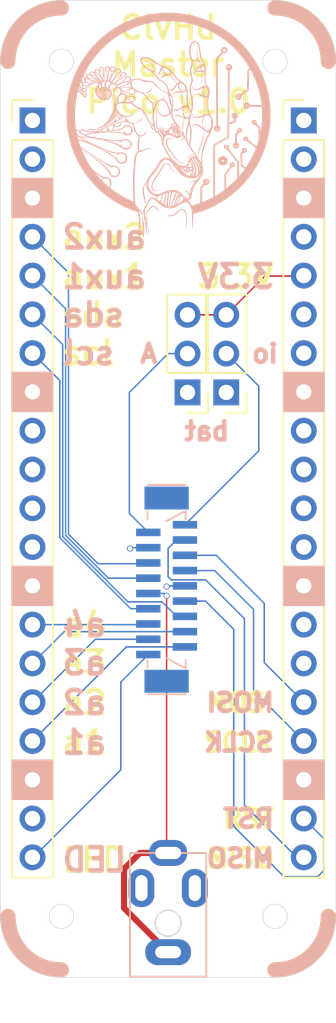
<source format=kicad_pcb>
(kicad_pcb (version 20221018) (generator pcbnew)
  (layers (0 "F.Cu" signal "Front") (1 "In1.Cu" signal) (2 "In2.Cu" signal) (31 "B.Cu" signal "Back") (34 "B.Paste" user) (35 "F.Paste" user) (36 "B.SilkS" user "B.Silkscreen") (37 "F.SilkS" user "F.Silkscreen") (38 "B.Mask" user) (39 "F.Mask" user) (44 "Edge.Cuts" user))
  (net 0 "")
  (net 1 "+3.3V")
  (net 2 "+5VA")
  (net 3 "MISO_DOUT")
  (net 4 "GND")
  (net 5 "MOSI_DIN")
  (net 6 "AUX2")
  (net 7 "SCLK")
  (net 8 "AUX1")
  (net 9 "IN_ref")
  (net 10 "RESETB")
  (net 11 "I2C_SCL")
  (net 12 "I2C_SDA")
  (net 13 "ADD_OUT4")
  (net 14 "ADD_OUT3")
  (net 15 "ADD_OUT2")
  (net 16 "ADD_OUT1")
  (net 17 "LED_OUT")
  (net 27 "3V3_PICO")
  (net 29 "3V3_BAT")
  (net 30 "5V_BAT")
  (footprint "Connector_PinHeader_2.54mm:PinHeader_1x03_P2.54mm_Vertical" (layer "F.Cu") (at 103.81 79.68 180)
    (fp_text reference "J7" hide)
    (fp_text value "Conn_01x03_Male" hide)
    (pad "1" thru_hole rect (at 0 0 180) (size 1.7 1.7) (drill 1) (layers "*.Cu" "*.Mask") (net 29 "3V3_BAT"))
    (pad "2" thru_hole oval (at 0 2.54 180) (size 1.7 1.7) (drill 1) (layers "*.Cu" "*.Mask") (net 1 "+3.3V"))
    (pad "3" thru_hole oval (at 0 5.08 180) (size 1.7 1.7) (drill 1) (layers "*.Cu" "*.Mask") (net 27 "3V3_PICO"))
  )
  (footprint "Connector_PinHeader_2.54mm:PinHeader_1x03_P2.54mm_Vertical" (layer "F.Cu") (at 101.27 79.68 180)
    (fp_text reference "J6" hide)
    (fp_text value "Conn_01x03_Male" hide)
    (pad "1" thru_hole rect (at 0 0 180) (size 1.7 1.7) (drill 1) (layers "*.Cu" "*.Mask") (net 30 "5V_BAT"))
    (pad "2" thru_hole oval (at 0 2.54 180) (size 1.7 1.7) (drill 1) (layers "*.Cu" "*.Mask") (net 2 "+5VA"))
    (pad "3" thru_hole oval (at 0 5.08 180) (size 1.7 1.7) (drill 1) (layers "*.Cu" "*.Mask") (net 27 "3V3_PICO"))
  )
  (footprint "Connector_PinHeader_2.54mm:PinHeader_1x20_P2.54mm_Vertical" (layer "F.Cu") (at 108.89 61.87)
    (fp_text reference "J5" hide)
    (fp_text value "Conn_01x20_Male" hide)
    (pad "1" thru_hole rect (at 0 0) (size 1.7 1.7) (drill 1) (layers "*.Cu" "*.Mask"))
    (pad "2" thru_hole oval (at 0 2.54) (size 1.7 1.7) (drill 1) (layers "*.Cu" "*.Mask"))
    (pad "3" thru_hole oval (at 0 5.08) (size 1.7 1.7) (drill 1) (layers "*.Cu" "*.Mask") (net 4 "GND"))
    (pad "4" thru_hole oval (at 0 7.62) (size 1.7 1.7) (drill 1) (layers "*.Cu" "*.Mask"))
    (pad "5" thru_hole oval (at 0 10.16) (size 1.7 1.7) (drill 1) (layers "*.Cu" "*.Mask") (net 27 "3V3_PICO"))
    (pad "6" thru_hole oval (at 0 12.7) (size 1.7 1.7) (drill 1) (layers "*.Cu" "*.Mask"))
    (pad "7" thru_hole oval (at 0 15.24) (size 1.7 1.7) (drill 1) (layers "*.Cu" "*.Mask"))
    (pad "8" thru_hole oval (at 0 17.78) (size 1.7 1.7) (drill 1) (layers "*.Cu" "*.Mask") (net 4 "GND"))
    (pad "9" thru_hole oval (at 0 20.32) (size 1.7 1.7) (drill 1) (layers "*.Cu" "*.Mask"))
    (pad "10" thru_hole oval (at 0 22.86) (size 1.7 1.7) (drill 1) (layers "*.Cu" "*.Mask"))
    (pad "11" thru_hole oval (at 0 25.4) (size 1.7 1.7) (drill 1) (layers "*.Cu" "*.Mask"))
    (pad "12" thru_hole oval (at 0 27.94) (size 1.7 1.7) (drill 1) (layers "*.Cu" "*.Mask"))
    (pad "13" thru_hole oval (at 0 30.48) (size 1.7 1.7) (drill 1) (layers "*.Cu" "*.Mask") (net 4 "GND"))
    (pad "14" thru_hole oval (at 0 33.02) (size 1.7 1.7) (drill 1) (layers "*.Cu" "*.Mask"))
    (pad "15" thru_hole oval (at 0 35.56) (size 1.7 1.7) (drill 1) (layers "*.Cu" "*.Mask"))
    (pad "16" thru_hole oval (at 0 38.1) (size 1.7 1.7) (drill 1) (layers "*.Cu" "*.Mask") (net 5 "MOSI_DIN"))
    (pad "17" thru_hole oval (at 0 40.64) (size 1.7 1.7) (drill 1) (layers "*.Cu" "*.Mask") (net 7 "SCLK"))
    (pad "18" thru_hole oval (at 0 43.18) (size 1.7 1.7) (drill 1) (layers "*.Cu" "*.Mask") (net 4 "GND"))
    (pad "19" thru_hole oval (at 0 45.72) (size 1.7 1.7) (drill 1) (layers "*.Cu" "*.Mask") (net 10 "RESETB"))
    (pad "20" thru_hole oval (at 0 48.26) (size 1.7 1.7) (drill 1) (layers "*.Cu" "*.Mask") (net 3 "MISO_DOUT"))
  )
  (footprint "Connector_PinHeader_2.54mm:PinHeader_1x20_P2.54mm_Vertical" (layer "F.Cu") (at 91.11 61.87)
    (fp_text reference "J4" hide)
    (fp_text value "Conn_01x20_Male" hide)
    (pad "1" thru_hole rect (at 0 0) (size 1.7 1.7) (drill 1) (layers "*.Cu" "*.Mask"))
    (pad "2" thru_hole oval (at 0 2.54) (size 1.7 1.7) (drill 1) (layers "*.Cu" "*.Mask"))
    (pad "3" thru_hole oval (at 0 5.08) (size 1.7 1.7) (drill 1) (layers "*.Cu" "*.Mask") (net 4 "GND"))
    (pad "4" thru_hole oval (at 0 7.62) (size 1.7 1.7) (drill 1) (layers "*.Cu" "*.Mask") (net 6 "AUX2"))
    (pad "5" thru_hole oval (at 0 10.16) (size 1.7 1.7) (drill 1) (layers "*.Cu" "*.Mask") (net 8 "AUX1"))
    (pad "6" thru_hole oval (at 0 12.7) (size 1.7 1.7) (drill 1) (layers "*.Cu" "*.Mask") (net 12 "I2C_SDA"))
    (pad "7" thru_hole oval (at 0 15.24) (size 1.7 1.7) (drill 1) (layers "*.Cu" "*.Mask") (net 11 "I2C_SCL"))
    (pad "8" thru_hole oval (at 0 17.78) (size 1.7 1.7) (drill 1) (layers "*.Cu" "*.Mask") (net 4 "GND"))
    (pad "9" thru_hole oval (at 0 20.32) (size 1.7 1.7) (drill 1) (layers "*.Cu" "*.Mask"))
    (pad "10" thru_hole oval (at 0 22.86) (size 1.7 1.7) (drill 1) (layers "*.Cu" "*.Mask"))
    (pad "11" thru_hole oval (at 0 25.4) (size 1.7 1.7) (drill 1) (layers "*.Cu" "*.Mask"))
    (pad "12" thru_hole oval (at 0 27.94) (size 1.7 1.7) (drill 1) (layers "*.Cu" "*.Mask"))
    (pad "13" thru_hole oval (at 0 30.48) (size 1.7 1.7) (drill 1) (layers "*.Cu" "*.Mask") (net 4 "GND"))
    (pad "14" thru_hole oval (at 0 33.02) (size 1.7 1.7) (drill 1) (layers "*.Cu" "*.Mask") (net 13 "ADD_OUT4"))
    (pad "15" thru_hole oval (at 0 35.56) (size 1.7 1.7) (drill 1) (layers "*.Cu" "*.Mask") (net 14 "ADD_OUT3"))
    (pad "16" thru_hole oval (at 0 38.1) (size 1.7 1.7) (drill 1) (layers "*.Cu" "*.Mask") (net 15 "ADD_OUT2"))
    (pad "17" thru_hole oval (at 0 40.64) (size 1.7 1.7) (drill 1) (layers "*.Cu" "*.Mask") (net 16 "ADD_OUT1"))
    (pad "18" thru_hole oval (at 0 43.18) (size 1.7 1.7) (drill 1) (layers "*.Cu" "*.Mask") (net 4 "GND"))
    (pad "19" thru_hole oval (at 0 45.72) (size 1.7 1.7) (drill 1) (layers "*.Cu" "*.Mask"))
    (pad "20" thru_hole oval (at 0 48.26) (size 1.7 1.7) (drill 1) (layers "*.Cu" "*.Mask") (net 17 "LED_OUT"))
  )
  (footprint "00_custom-footprints:Jack_Socket_PJ-210B" (layer "B.Cu") (at 100 117.945)
    (fp_text reference "J3" hide)
    (fp_text value "jack2.5_PJ-210B" hide)
    (fp_circle (center 0 -3.5) (end 0.85 -3.5) (stroke (width 0.1)) (fill none) (layer "Edge.Cuts"))
    (pad "1" thru_hole roundrect (at 1.75 -5.8) (size 1.7 2.5) (drill oval 0.8 1.7) (layers "*.Cu" "*.Mask") (roundrect_rratio 0.4705882353) (net 4 "GND"))
    (pad "2" thru_hole roundrect (at 0 -8.1 270) (size 1.7 2.5) (drill oval 0.8 1.7) (layers "*.Cu" "*.Mask") (roundrect_rratio 0.4705882353) (net 9 "IN_ref"))
    (pad "3" thru_hole roundrect (at -1.75 -5.8) (size 1.7 2.5) (drill oval 0.8 1.7) (layers "*.Cu" "*.Mask") (roundrect_rratio 0.4705882353) (net 4 "GND"))
    (pad "6" thru_hole roundrect (at 0 -1.6 270) (size 1.7 3) (drill oval 0.8 1.7) (layers "*.Cu" "*.Mask") (roundrect_rratio 0.4705882353) (net 9 "IN_ref"))
  )
  (footprint "00_custom-footprints:XF2J-1824-12A" (layer "B.Cu") (at 99.9 92.6 -90)
    (fp_text reference "J1" hide)
    (fp_text value "XF2J-1824-12A" hide)
    (pad "1" smd rect (at -4.25 -1.2 270) (size 0.5 1.6) (layers "B.Cu" "B.Paste" "B.Mask") (net 1 "+3.3V"))
    (pad "2" smd rect (at -3.75 1.2 270) (size 0.5 1.6) (layers "B.Cu" "B.Paste" "B.Mask") (net 2 "+5VA"))
    (pad "3" smd rect (at -3.25 -1.2 270) (size 0.5 1.6) (layers "B.Cu" "B.Paste" "B.Mask") (net 3 "MISO_DOUT"))
    (pad "4" smd rect (at -2.75 1.2 270) (size 0.5 1.6) (layers "B.Cu" "B.Paste" "B.Mask") (net 4 "GND"))
    (pad "5" smd rect (at -2.25 -1.2 270) (size 0.5 1.6) (layers "B.Cu" "B.Paste" "B.Mask") (net 5 "MOSI_DIN"))
    (pad "6" smd rect (at -1.75 1.2 270) (size 0.5 1.6) (layers "B.Cu" "B.Paste" "B.Mask") (net 6 "AUX2"))
    (pad "7" smd rect (at -1.25 -1.2 270) (size 0.5 1.6) (layers "B.Cu" "B.Paste" "B.Mask") (net 7 "SCLK"))
    (pad "8" smd rect (at -0.75 1.2 270) (size 0.5 1.6) (layers "B.Cu" "B.Paste" "B.Mask") (net 8 "AUX1"))
    (pad "9" smd rect (at -0.25 -1.2 270) (size 0.5 1.6) (layers "B.Cu" "B.Paste" "B.Mask") (net 4 "GND"))
    (pad "10" smd rect (at 0.25 1.2 270) (size 0.5 1.6) (layers "B.Cu" "B.Paste" "B.Mask") (net 9 "IN_ref"))
    (pad "11" smd rect (at 0.75 -1.2 270) (size 0.5 1.6) (layers "B.Cu" "B.Paste" "B.Mask") (net 10 "RESETB"))
    (pad "12" smd rect (at 1.25 1.2 270) (size 0.5 1.6) (layers "B.Cu" "B.Paste" "B.Mask") (net 11 "I2C_SCL"))
    (pad "13" smd rect (at 1.75 -1.2 270) (size 0.5 1.6) (layers "B.Cu" "B.Paste" "B.Mask") (net 12 "I2C_SDA"))
    (pad "14" smd rect (at 2.25 1.2 270) (size 0.5 1.6) (layers "B.Cu" "B.Paste" "B.Mask") (net 13 "ADD_OUT4"))
    (pad "15" smd rect (at 2.75 -1.2 270) (size 0.5 1.6) (layers "B.Cu" "B.Paste" "B.Mask") (net 14 "ADD_OUT3"))
    (pad "16" smd rect (at 3.25 1.2 270) (size 0.5 1.6) (layers "B.Cu" "B.Paste" "B.Mask") (net 15 "ADD_OUT2"))
    (pad "17" smd rect (at 3.75 -1.2 270) (size 0.5 1.6) (layers "B.Cu" "B.Paste" "B.Mask") (net 16 "ADD_OUT1"))
    (pad "18" smd rect (at 4.25 1.2 270) (size 0.5 1.6) (layers "B.Cu" "B.Paste" "B.Mask") (net 17 "LED_OUT"))
    (pad "19" smd rect (at -6 0 270) (size 1.5 2.9) (layers "B.Cu" "B.Paste" "B.Mask"))
    (pad "20" smd rect (at 6 0 270) (size 1.5 2.9) (layers "B.Cu" "B.Paste" "B.Mask"))
  )
  (footprint "LOGO" (layer "B.Cu") (at 100 62 180)
    (fp_text reference "G***" hide)
    (fp_text value "LOGO" hide)
  )
  (gr_rect (start 107.6 78.4) (end 110.2 80.9) (stroke (width 0.1524)) (fill solid) (layer "B.SilkS"))
  (gr_arc (start 110.5 113.999998) (mid 109.474874 116.474873) (end 107 117.499998) (stroke (width 1)) (layer "B.SilkS"))
  (gr_rect (start 89.8 91.1) (end 92.4 93.6) (stroke (width 0.1524)) (fill solid) (layer "B.SilkS"))
  (gr_rect (start 89.8 78.4) (end 92.4 80.9) (stroke (width 0.1524)) (fill solid) (layer "B.SilkS"))
  (gr_rect (start 107.6 103.8) (end 110.2 106.3) (stroke (width 0.1524)) (fill solid) (layer "B.SilkS"))
  (gr_arc (start 89.5 58.000002) (mid 90.525126 55.525127) (end 93 54.500002) (stroke (width 1)) (layer "B.SilkS"))
  (gr_arc (start 93.000002 117.5) (mid 90.525127 116.474874) (end 89.500002 114) (stroke (width 1)) (layer "B.SilkS"))
  (gr_rect (start 89.8 65.7) (end 92.4 68.2) (stroke (width 0.1524)) (fill solid) (layer "B.SilkS"))
  (gr_rect (start 107.6 65.7) (end 110.2 68.2) (stroke (width 0.1524)) (fill solid) (layer "B.SilkS"))
  (gr_rect (start 89.8 103.8) (end 92.4 106.3) (stroke (width 0.1524)) (fill solid) (layer "B.SilkS"))
  (gr_arc (start 107 54.5) (mid 109.474874 55.525126) (end 110.5 58) (stroke (width 1)) (layer "B.SilkS"))
  (gr_rect (start 107.6 91.1) (end 110.2 93.6) (stroke (width 0.1524)) (fill solid) (layer "B.SilkS"))
  (gr_arc (start 89.5 58) (mid 90.525126 55.525126) (end 93 54.5) (stroke (width 1)) (layer "F.SilkS"))
  (gr_rect (start 107.6 91.1) (end 110.2 93.6) (stroke (width 0.1524)) (fill solid) (layer "F.SilkS"))
  (gr_rect (start 107.6 103.8) (end 110.2 106.3) (stroke (width 0.1524)) (fill solid) (layer "F.SilkS"))
  (gr_arc (start 107 54.500002) (mid 109.474873 55.525128) (end 110.5 58.000002) (stroke (width 1)) (layer "F.SilkS"))
  (gr_arc (start 110.499998 114) (mid 109.474872 116.474873) (end 106.999998 117.5) (stroke (width 1)) (layer "F.SilkS"))
  (gr_arc (start 93 117.499998) (mid 90.525127 116.474872) (end 89.5 113.999998) (stroke (width 1)) (layer "F.SilkS"))
  (gr_rect (start 89.8 91.1) (end 92.4 93.6) (stroke (width 0.1524)) (fill solid) (layer "F.SilkS"))
  (gr_rect (start 89.8 65.7) (end 92.4 68.2) (stroke (width 0.1524)) (fill solid) (layer "F.SilkS"))
  (gr_rect (start 89.8 103.8) (end 92.4 106.3) (stroke (width 0.1524)) (fill solid) (layer "F.SilkS"))
  (gr_rect (start 107.6 65.7) (end 110.2 68.2) (stroke (width 0.1524)) (fill solid) (layer "F.SilkS"))
  (gr_rect (start 89.8 78.4) (end 92.4 80.9) (stroke (width 0.1524)) (fill solid) (layer "F.SilkS"))
  (gr_rect (start 107.6 78.4) (end 110.2 80.9) (stroke (width 0.1524)) (fill solid) (layer "F.SilkS"))
  (gr_arc (start 111 114) (mid 109.828427 116.828427) (end 107 118) (stroke (width 0.0381)) (layer "Edge.Cuts"))
  (gr_line (start 107 54) (end 93 54) (stroke (width 0.0381)) (layer "Edge.Cuts"))
  (gr_circle (center 93 58) (end 93.8 58) (stroke (width 0.0381)) (fill none) (layer "Edge.Cuts"))
  (gr_arc (start 107 54) (mid 109.828427 55.171573) (end 111 58) (stroke (width 0.0381)) (layer "Edge.Cuts"))
  (gr_circle (center 93 114) (end 93 113.2) (stroke (width 0.0381)) (fill none) (layer "Edge.Cuts"))
  (gr_arc (start 93 118) (mid 90.171573 116.828427) (end 89 114) (stroke (width 0.0381)) (layer "Edge.Cuts"))
  (gr_line (start 111 114) (end 111 58) (stroke (width 0.0381)) (layer "Edge.Cuts"))
  (gr_arc (start 89 58) (mid 90.171573 55.171573) (end 93 54) (stroke (width 0.0381)) (layer "Edge.Cuts"))
  (gr_line (start 89 58) (end 89 114) (stroke (width 0.0381)) (layer "Edge.Cuts"))
  (gr_circle (center 107 58) (end 107 58.8) (stroke (width 0.0381)) (fill none) (layer "Edge.Cuts"))
  (gr_circle (center 107 114) (end 106.2 114) (stroke (width 0.0381)) (fill none) (layer "Edge.Cuts"))
  (gr_line (start 93 118) (end 107 118) (stroke (width 0.0381)) (layer "Edge.Cuts"))
  (gr_text "io" (at 106.35 77.14) (layer "B.SilkS") (effects (font (size 1.2 1.2) (thickness 0.3) bold) (justify mirror)))
  (gr_text "aux2" (at 92.9 69.5) (layer "B.SilkS") (effects (font (size 1.524 1.524) (thickness 0.3048) bold) (justify right mirror)))
  (gr_text "bat" (at 102.54 82.22) (layer "B.SilkS") (effects (font (size 1.2 1.2) (thickness 0.3) bold) (justify mirror)))
  (gr_text "a1" (at 92.9 102.6) (layer "B.SilkS") (effects (font (size 1.524 1.524) (thickness 0.3048) bold) (justify right mirror)))
  (gr_text "a4" (at 92.9 94.9) (layer "B.SilkS") (effects (font (size 1.524 1.524) (thickness 0.3048) bold) (justify right mirror)))
  (gr_text "3.3V" (at 107.1 72.1) (layer "B.SilkS") (effects (font (size 1.524 1.524) (thickness 0.3048) bold) (justify left mirror)))
  (gr_text "SCLK" (at 107.1 102.6) (layer "B.SilkS") (effects (font (size 1.2 1.2) (thickness 0.3) bold) (justify left mirror)))
  (gr_text "scl" (at 92.9 77.1) (layer "B.SilkS") (effects (font (size 1.524 1.524) (thickness 0.3048) bold) (justify right mirror)))
  (gr_text "MOSI" (at 107.1 100) (layer "B.SilkS") (effects (font (size 1.2 1.2) (thickness 0.3) bold) (justify left mirror)))
  (gr_text "aux1" (at 92.9 72.1) (layer "B.SilkS") (effects (font (size 1.524 1.524) (thickness 0.3048) bold) (justify right mirror)))
  (gr_text "LED" (at 92.9 110.3) (layer "B.SilkS") (effects (font (size 1.524 1.524) (thickness 0.3048) bold) (justify right mirror)))
  (gr_text "sda" (at 92.9 74.6) (layer "B.SilkS") (effects (font (size 1.524 1.524) (thickness 0.3048) bold) (justify right mirror)))
  (gr_text "RST" (at 107.1 107.6) (layer "B.SilkS") (effects (font (size 1.2 1.2) (thickness 0.3) bold) (justify left mirror)))
  (gr_text "a3" (at 92.9 97.4) (layer "B.SilkS") (effects (font (size 1.524 1.524) (thickness 0.3048) bold) (justify right mirror)))
  (gr_text "A" (at 98.73 77.14) (layer "B.SilkS") (effects (font (size 1.2 1.2) (thickness 0.3) bold) (justify mirror)))
  (gr_text "MISO" (at 107.1 110.2) (layer "B.SilkS") (effects (font (size 1.2 1.2) (thickness 0.3) bold) (justify left mirror)))
  (gr_text "a2" (at 92.9 100) (layer "B.SilkS") (effects (font (size 1.524 1.524) (thickness 0.3048) bold) (justify right mirror)))
  (gr_text "a2" (at 92.9 100) (layer "F.SilkS") (effects (font (size 1.524 1.524) (thickness 0.3048) bold) (justify left)))
  (gr_text "ClvHd\nMaster\nPico v1.0" (at 100 61.5) (layer "F.SilkS") (effects (font (size 1.5 1.5) (thickness 0.3) bold) (justify bottom)))
  (gr_text "LED" (at 92.9 110.3) (layer "F.SilkS") (effects (font (size 1.524 1.524) (thickness 0.3048) bold) (justify left)))
  (gr_text "3.3V" (at 107.1 72.1) (layer "F.SilkS") (effects (font (size 1.524 1.524) (thickness 0.3048) bold) (justify right)))
  (gr_text "MOSI" (at 107.1 100) (layer "F.SilkS") (effects (font (size 1.2 1.2) (thickness 0.3) bold) (justify right)))
  (gr_text "sda" (at 92.9 74.6) (layer "F.SilkS") (effects (font (size 1.524 1.524) (thickness 0.3048) bold) (justify left)))
  (gr_text "aux2" (at 92.9 69.5) (layer "F.SilkS") (effects (font (size 1.524 1.524) (thickness 0.3048) bold) (justify left)))
  (gr_text "aux1" (at 92.9 72.1) (layer "F.SilkS") (effects (font (size 1.524 1.524) (thickness 0.3048) bold) (justify left)))
  (gr_text "a3" (at 92.9 97.4) (layer "F.SilkS") (effects (font (size 1.524 1.524) (thickness 0.3048) bold) (justify left)))
  (gr_text "RST" (at 107.1 107.6) (layer "F.SilkS") (effects (font (size 1.2 1.2) (thickness 0.3) bold) (justify right)))
  (gr_text "MISO" (at 107.1 110.2) (layer "F.SilkS") (effects (font (size 1.2 1.2) (thickness 0.3) bold) (justify right)))
  (gr_text "scl" (at 92.9 77.1) (layer "F.SilkS") (effects (font (size 1.524 1.524) (thickness 0.3048) bold) (justify left)))
  (gr_text "a1" (at 92.9 102.6) (layer "F.SilkS") (effects (font (size 1.524 1.524) (thickness 0.3048) bold) (justify left)))
  (gr_text "a4" (at 92.9 94.9) (layer "F.SilkS") (effects (font (size 1.524 1.524) (thickness 0.3048) bold) (justify left)))
  (gr_text "SCLK" (at 107.1 102.6) (layer "F.SilkS") (effects (font (size 1.2 1.2) (thickness 0.3) bold) (justify right)))
  (segment (start 105.94 79.27) (end 103.81 77.14) (width 0.1) (layer "B.Cu") (net 1))
  (segment (start 101.1 88.35) (end 101.85 88.35) (width 0.1) (layer "B.Cu") (net 1))
  (segment (start 101.1 88.35) (end 105.94 83.51) (width 0.1) (layer "B.Cu") (net 1))
  (segment (start 105.94 83.51) (end 105.94 79.27) (width 0.1) (layer "B.Cu") (net 1))
  (segment (start 97.46 87.61) (end 97.475 87.625) (width 0.1) (layer "B.Cu") (net 2))
  (segment (start 97.46 79.68) (end 97.46 87.61) (width 0.1) (layer "B.Cu") (net 2))
  (segment (start 97.46 79.68) (end 100 77.14) (width 0.1) (layer "B.Cu") (net 2))
  (segment (start 100 77.14) (end 101.27 77.14) (width 0.1) (layer "B.Cu") (net 2))
  (segment (start 98.7 88.85) (end 97.475 87.625) (width 0.1) (layer "B.Cu") (net 2))
  (segment (start 101.1 89.35) (end 100.55 89.35) (width 0.1) (layer "B.Cu") (net 3))
  (segment (start 105 106.7) (end 108.43 110.13) (width 0.1) (layer "B.Cu") (net 3))
  (segment (start 108.43 110.13) (end 108.89 110.13) (width 0.1) (layer "B.Cu") (net 3))
  (segment (start 100.55 89.35) (end 100 89.9) (width 0.1) (layer "B.Cu") (net 3))
  (segment (start 100 89.9) (end 100 91.76) (width 0.1) (layer "B.Cu") (net 3))
  (segment (start 105 94.5) (end 105 106.7) (width 0.1) (layer "B.Cu") (net 3))
  (segment (start 100 91.76) (end 100.2 91.96) (width 0.1) (layer "B.Cu") (net 3))
  (segment (start 100.2 91.96) (end 102.46 91.96) (width 0.1) (layer "B.Cu") (net 3))
  (segment (start 102.46 91.96) (end 105 94.5) (width 0.1) (layer "B.Cu") (net 3))
  (segment (start 98.2 112.095) (end 98.25 112.145) (width 0.1) (layer "F.Cu") (net 4))
  (via (at 97.5 89.9) (size 0.4) (drill 0.3) (layers "F.Cu" "B.Cu") (net 4))
  (via (at 99.9 92.4) (size 0.4) (drill 0.3) (layers "F.Cu" "B.Cu") (net 4))
  (segment (start 99.95 92.35) (end 99.9 92.4) (width 0.1) (layer "B.Cu") (net 4))
  (segment (start 98.7 89.85) (end 97.55 89.85) (width 0.1) (layer "B.Cu") (net 4))
  (segment (start 101.1 92.35) (end 99.95 92.35) (width 0.1) (layer "B.Cu") (net 4))
  (segment (start 103.15 90.35) (end 106.3 93.5) (width 0.1) (layer "B.Cu") (net 5))
  (segment (start 106.3 97.38) (end 108.89 99.97) (width 0.1) (layer "B.Cu") (net 5))
  (segment (start 101.1 90.35) (end 103.15 90.35) (width 0.1) (layer "B.Cu") (net 5))
  (segment (start 106.3 93.5) (end 106.3 97.38) (width 0.1) (layer "B.Cu") (net 5))
  (segment (start 98.65 90.9) (end 95.4061 90.9) (width 0.1) (layer "B.Cu") (net 6))
  (segment (start 93.47 86.1) (end 93.47 71.85) (width 0.1) (layer "B.Cu") (net 6))
  (segment (start 93.47 88.9639) (end 95.4061 90.9) (width 0.1) (layer "B.Cu") (net 6))
  (segment (start 93.47 71.85) (end 91.11 69.49) (width 0.1) (layer "B.Cu") (net 6))
  (segment (start 93.47 86.1) (end 93.47 88.9639) (width 0.1) (layer "B.Cu") (net 6))
  (segment (start 98.7 90.85) (end 98.65 90.9) (width 0.1) (layer "B.Cu") (net 6))
  (segment (start 105.6 99.22) (end 108.89 102.51) (width 0.1) (layer "B.Cu") (net 7))
  (segment (start 101.1 91.35) (end 103.05 91.35) (width 0.1) (layer "B.Cu") (net 7))
  (segment (start 103.05 91.35) (end 105.6 93.9) (width 0.1) (layer "B.Cu") (net 7))
  (segment (start 105.6 93.9) (end 105.6 99.22) (width 0.1) (layer "B.Cu") (net 7))
  (segment (start 93.28 89) (end 93.28 89.0426) (width 0.1) (layer "B.Cu") (net 8))
  (segment (start 98.7 91.85) (end 96.0874 91.85) (width 0.1) (layer "B.Cu") (net 8))
  (segment (start 93.28 74.2) (end 91.11 72.03) (width 0.1) (layer "B.Cu") (net 8))
  (segment (start 93.28 89) (end 93.28 74.2) (width 0.1) (layer "B.Cu") (net 8))
  (segment (start 93.28 89.0426) (end 96.0874 91.85) (width 0.1) (layer "B.Cu") (net 8))
  (segment (start 97.11 113.455) (end 97.11 110.89) (width 0.4) (layer "F.Cu") (net 9))
  (segment (start 98.155 109.845) (end 100 109.845) (width 0.4) (layer "F.Cu") (net 9))
  (segment (start 99.9 93) (end 99.9 109.745) (width 0.1) (layer "F.Cu") (net 9))
  (segment (start 99.9 109.745) (end 100 109.845) (width 0.1) (layer "F.Cu") (net 9))
  (segment (start 100 116.345) (end 97.11 113.455) (width 0.4) (layer "F.Cu") (net 9))
  (segment (start 97.11 110.89) (end 98.155 109.845) (width 0.4) (layer "F.Cu") (net 9))
  (via (at 99.9 93) (size 0.4) (drill 0.3) (layers "F.Cu" "B.Cu") (net 9))
  (segment (start 98.7 92.85) (end 99.75 92.85) (width 0.1) (layer "B.Cu") (net 9))
  (segment (start 99.75 92.85) (end 99.9 93) (width 0.1) (layer "B.Cu") (net 9))
  (segment (start 107.6 111.4) (end 109.8 111.4) (width 0.1) (layer "B.Cu") (net 10))
  (segment (start 101.1 93.35) (end 102.45 93.35) (width 0.1) (layer "B.Cu") (net 10))
  (segment (start 110.2 108.9) (end 108.89 107.59) (width 0.1) (layer "B.Cu") (net 10))
  (segment (start 104.3 108.1) (end 107.6 111.4) (width 0.1) (layer "B.Cu") (net 10))
  (segment (start 109.8 111.4) (end 110.2 111) (width 0.1) (layer "B.Cu") (net 10))
  (segment (start 110.2 111) (end 110.2 108.9) (width 0.1) (layer "B.Cu") (net 10))
  (segment (start 104.3 95.2) (end 104.3 108.1) (width 0.1) (layer "B.Cu") (net 10))
  (segment (start 102.45 93.35) (end 104.3 95.2) (width 0.1) (layer "B.Cu") (net 10))
  (segment (start 92.9 89.2) (end 97.55 93.85) (width 0.1) (layer "B.Cu") (net 11))
  (segment (start 97.55 93.85) (end 98.7 93.85) (width 0.1) (layer "B.Cu") (net 11))
  (segment (start 91.11 77.11) (end 92.9 78.9) (width 0.1) (layer "B.Cu") (net 11))
  (segment (start 92.9 78.9) (end 92.9 89.2) (width 0.1) (layer "B.Cu") (net 11))
  (segment (start 100.55 94.35) (end 101.1 94.35) (width 0.1) (layer "B.Cu") (net 12))
  (segment (start 99.6 93.4) (end 100.55 94.35) (width 0.1) (layer "B.Cu") (net 12))
  (segment (start 93.09 89.1213) (end 97.3687 93.4) (width 0.1) (layer "B.Cu") (net 12))
  (segment (start 97.3687 93.4) (end 99.6 93.4) (width 0.1) (layer "B.Cu") (net 12))
  (segment (start 91.11 74.57) (end 93.09 76.55) (width 0.1) (layer "B.Cu") (net 12))
  (segment (start 93.09 76.55) (end 93.09 89.1213) (width 0.1) (layer "B.Cu") (net 12))
  (segment (start 91.11 94.89) (end 98.66 94.89) (width 0.1) (layer "B.Cu") (net 13))
  (segment (start 98.66 94.89) (end 98.7 94.85) (width 0.1) (layer "B.Cu") (net 13))
  (segment (start 91.11 97.43) (end 93.19 95.35) (width 0.1) (layer "B.Cu") (net 14))
  (segment (start 93.19 95.35) (end 101.1 95.35) (width 0.1) (layer "B.Cu") (net 14))
  (segment (start 98.7 95.85) (end 95.23 95.85) (width 0.1) (layer "B.Cu") (net 15))
  (segment (start 95.23 95.85) (end 91.11 99.97) (width 0.1) (layer "B.Cu") (net 15))
  (segment (start 101.1 96.35) (end 97.27 96.35) (width 0.1) (layer "B.Cu") (net 16))
  (segment (start 97.27 96.35) (end 91.11 102.51) (width 0.1) (layer "B.Cu") (net 16))
  (segment (start 98.7 96.85) (end 96.9 98.65) (width 0.1) (layer "B.Cu") (net 17))
  (segment (start 96.9 104.4) (end 91.17 110.13) (width 0.1) (layer "B.Cu") (net 17))
  (segment (start 96.9 98.65) (end 96.9 104.4) (width 0.1) (layer "B.Cu") (net 17))
  (segment (start 91.17 110.13) (end 91.11 110.13) (width 0.1) (layer "B.Cu") (net 17))
  (segment (start 106.35 72.06) (end 103.81 74.6) (width 0.1) (layer "F.Cu") (net 27))
  (segment (start 108.86 72.06) (end 106.35 72.06) (width 0.1) (layer "F.Cu") (net 27))
  (segment (start 101.27 74.6) (end 103.81 74.6) (width 0.1) (layer "F.Cu") (net 27))
  (segment (start 108.89 72.03) (end 108.86 72.06) (width 0.1) (layer "F.Cu") (net 27))
)
</source>
